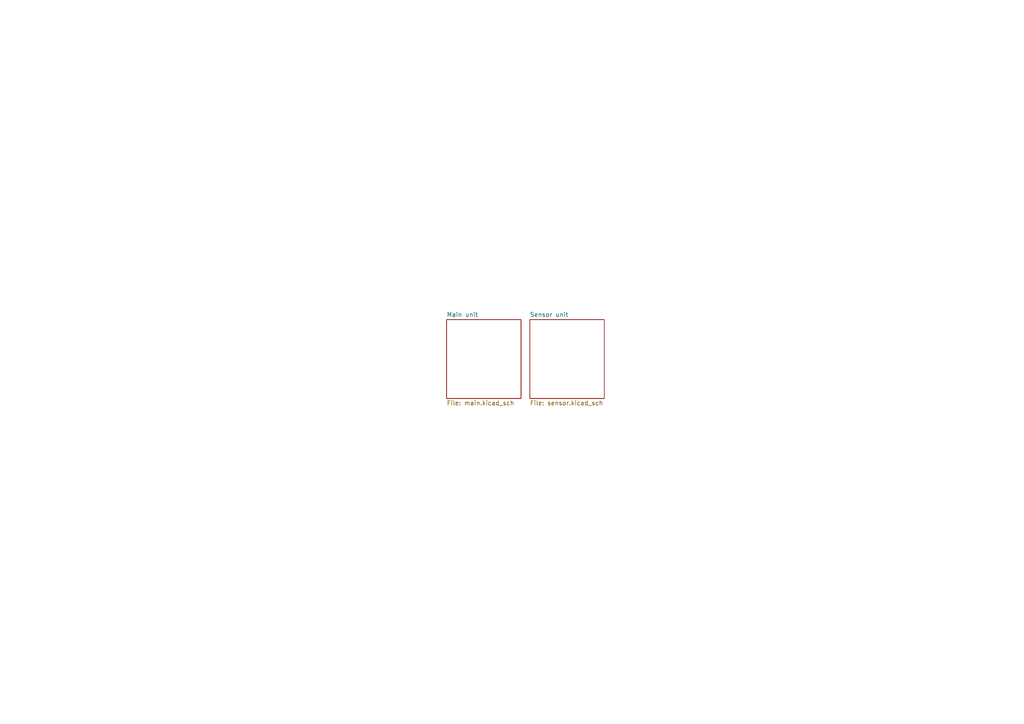
<source format=kicad_sch>
(kicad_sch
	(version 20231120)
	(generator "eeschema")
	(generator_version "8.0")
	(uuid "d3a4640e-940a-492c-8815-f5eb2c86d474")
	(paper "A4")
	(title_block
		(title "LeakGuard schematics - main page")
		(company "ZPI 2024/2025")
		(comment 1 "Łukasz Świszcz 266576")
		(comment 2 "Szymon Jędrzejczak 266867")
		(comment 3 "Philip Hart 266855")
		(comment 4 "Szymon Wieczorek 266586")
	)
	(lib_symbols)
	(sheet
		(at 153.67 92.71)
		(size 21.59 22.86)
		(fields_autoplaced yes)
		(stroke
			(width 0.1524)
			(type solid)
		)
		(fill
			(color 0 0 0 0.0000)
		)
		(uuid "05395fd7-2673-4890-9a93-e1ccd00b69d4")
		(property "Sheetname" "Sensor unit"
			(at 153.67 91.9984 0)
			(effects
				(font
					(size 1.27 1.27)
				)
				(justify left bottom)
			)
		)
		(property "Sheetfile" "sensor.kicad_sch"
			(at 153.67 116.1546 0)
			(effects
				(font
					(size 1.27 1.27)
				)
				(justify left top)
			)
		)
		(instances
			(project "leakguard"
				(path "/d3a4640e-940a-492c-8815-f5eb2c86d474"
					(page "3")
				)
			)
		)
	)
	(sheet
		(at 129.54 92.71)
		(size 21.59 22.86)
		(fields_autoplaced yes)
		(stroke
			(width 0.1524)
			(type solid)
		)
		(fill
			(color 0 0 0 0.0000)
		)
		(uuid "d3b3b088-fa34-462a-a715-5d27054ec44c")
		(property "Sheetname" "Main unit"
			(at 129.54 91.9984 0)
			(effects
				(font
					(size 1.27 1.27)
				)
				(justify left bottom)
			)
		)
		(property "Sheetfile" "main.kicad_sch"
			(at 129.54 116.1546 0)
			(effects
				(font
					(size 1.27 1.27)
				)
				(justify left top)
			)
		)
		(instances
			(project "leakguard"
				(path "/d3a4640e-940a-492c-8815-f5eb2c86d474"
					(page "2")
				)
			)
		)
	)
	(sheet_instances
		(path "/"
			(page "1")
		)
	)
)

</source>
